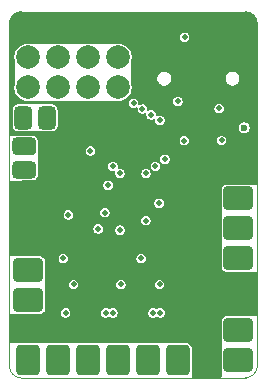
<source format=gbr>
%TF.GenerationSoftware,KiCad,Pcbnew,9.0.3-9.0.3-0~ubuntu24.04.1*%
%TF.CreationDate,2025-10-28T20:09:37+01:00*%
%TF.ProjectId,ant control board v2,616e7420-636f-46e7-9472-6f6c20626f61,2.0*%
%TF.SameCoordinates,Original*%
%TF.FileFunction,Copper,L2,Inr*%
%TF.FilePolarity,Positive*%
%FSLAX46Y46*%
G04 Gerber Fmt 4.6, Leading zero omitted, Abs format (unit mm)*
G04 Created by KiCad (PCBNEW 9.0.3-9.0.3-0~ubuntu24.04.1) date 2025-10-28 20:09:37*
%MOMM*%
%LPD*%
G01*
G04 APERTURE LIST*
G04 Aperture macros list*
%AMRoundRect*
0 Rectangle with rounded corners*
0 $1 Rounding radius*
0 $2 $3 $4 $5 $6 $7 $8 $9 X,Y pos of 4 corners*
0 Add a 4 corners polygon primitive as box body*
4,1,4,$2,$3,$4,$5,$6,$7,$8,$9,$2,$3,0*
0 Add four circle primitives for the rounded corners*
1,1,$1+$1,$2,$3*
1,1,$1+$1,$4,$5*
1,1,$1+$1,$6,$7*
1,1,$1+$1,$8,$9*
0 Add four rect primitives between the rounded corners*
20,1,$1+$1,$2,$3,$4,$5,0*
20,1,$1+$1,$4,$5,$6,$7,0*
20,1,$1+$1,$6,$7,$8,$9,0*
20,1,$1+$1,$8,$9,$2,$3,0*%
G04 Aperture macros list end*
%TA.AperFunction,ComponentPad*%
%ADD10C,0.500000*%
%TD*%
%TA.AperFunction,ComponentPad*%
%ADD11RoundRect,0.375000X0.375000X-0.625000X0.375000X0.625000X-0.375000X0.625000X-0.375000X-0.625000X0*%
%TD*%
%TA.AperFunction,ComponentPad*%
%ADD12RoundRect,0.300000X0.970000X-0.700000X0.970000X0.700000X-0.970000X0.700000X-0.970000X-0.700000X0*%
%TD*%
%TA.AperFunction,ComponentPad*%
%ADD13O,1.250000X2.500000*%
%TD*%
%TA.AperFunction,ComponentPad*%
%ADD14RoundRect,0.300000X-0.700000X-0.970000X0.700000X-0.970000X0.700000X0.970000X-0.700000X0.970000X0*%
%TD*%
%TA.AperFunction,ComponentPad*%
%ADD15C,2.000000*%
%TD*%
%TA.AperFunction,ComponentPad*%
%ADD16RoundRect,0.375000X0.625000X0.375000X-0.625000X0.375000X-0.625000X-0.375000X0.625000X-0.375000X0*%
%TD*%
%TA.AperFunction,ComponentPad*%
%ADD17RoundRect,0.300000X-0.970000X0.700000X-0.970000X-0.700000X0.970000X-0.700000X0.970000X0.700000X0*%
%TD*%
%TA.AperFunction,ViaPad*%
%ADD18C,0.500000*%
%TD*%
%TA.AperFunction,ViaPad*%
%ADD19C,0.600000*%
%TD*%
%TA.AperFunction,Profile*%
%ADD20C,0.050000*%
%TD*%
G04 APERTURE END LIST*
D10*
%TO.N,/MCU and RX/DIGITAL_AUX1*%
%TO.C,J10*%
X102647200Y-119711200D03*
X102640000Y-118300000D03*
D11*
X102190000Y-119000000D03*
D10*
X101732800Y-119711200D03*
X101732800Y-118288800D03*
%TO.N,/MCU and RX/DIGITAL_AUX2*%
X100654400Y-118300000D03*
X100640000Y-119700000D03*
D11*
X100190000Y-119000000D03*
D10*
X99740000Y-119700000D03*
X99740000Y-118300000D03*
%TD*%
%TO.N,/MCU and RX/SERVO1*%
%TO.C,J7*%
X99721000Y-135055000D03*
X101499000Y-135055000D03*
D12*
X100610000Y-134420000D03*
D10*
X99721000Y-133785000D03*
X101499000Y-133785000D03*
%TO.N,+BATT*%
X99721000Y-132515000D03*
X101499000Y-132515000D03*
D12*
X100610000Y-131880000D03*
D10*
X99721000Y-131245000D03*
X101499000Y-131245000D03*
%TO.N,GND*%
X99721000Y-129975000D03*
X101499000Y-129975000D03*
D12*
X100610000Y-129340000D03*
D10*
X99721000Y-128705000D03*
X101499000Y-128705000D03*
%TD*%
D13*
%TO.N,GND*%
%TO.C,J3*%
X119320000Y-116180000D03*
X119320000Y-112000000D03*
X110680000Y-116180000D03*
X110680000Y-112000000D03*
%TD*%
D10*
%TO.N,/DC Motors/M2+*%
%TO.C,J5*%
X105055000Y-138611000D03*
X105055000Y-140389000D03*
D14*
X105690000Y-139500000D03*
D10*
X106325000Y-138611000D03*
X106325000Y-140389000D03*
%TO.N,/DC Motors/M2-*%
X107595000Y-138611000D03*
X107595000Y-140389000D03*
D14*
X108230000Y-139500000D03*
D10*
X108865000Y-138611000D03*
X108865000Y-140389000D03*
%TD*%
%TO.N,/MCU and RX/SERVO2*%
%TO.C,J8*%
X117501000Y-140135000D03*
X119279000Y-140135000D03*
D12*
X118390000Y-139500000D03*
D10*
X117501000Y-138865000D03*
X119279000Y-138865000D03*
%TO.N,+BATT*%
X117501000Y-137595000D03*
X119279000Y-137595000D03*
D12*
X118390000Y-136960000D03*
D10*
X117501000Y-136325000D03*
X119279000Y-136325000D03*
%TO.N,GND*%
X117501000Y-135055000D03*
X119279000Y-135055000D03*
D12*
X118390000Y-134420000D03*
D10*
X117501000Y-133785000D03*
X119279000Y-133785000D03*
%TD*%
%TO.N,/DC Motors/M3+*%
%TO.C,J6*%
X110135000Y-138611000D03*
X110135000Y-140389000D03*
D14*
X110770000Y-139500000D03*
D10*
X111405000Y-138611000D03*
X111405000Y-140389000D03*
%TO.N,/DC Motors/M3-*%
X112675000Y-138611000D03*
X112675000Y-140389000D03*
D14*
X113310000Y-139500000D03*
D10*
X113945000Y-138611000D03*
X113945000Y-140389000D03*
%TD*%
D15*
%TO.N,GND*%
%TO.C,U7*%
X108203000Y-111337000D03*
%TO.N,+3V3*%
X108203000Y-113877000D03*
%TO.N,/MCU and RX/CH1_PPM*%
X108203000Y-116417000D03*
%TO.N,GND*%
X105663000Y-111337000D03*
%TO.N,+3V3*%
X105663000Y-113877000D03*
%TO.N,/MCU and RX/CH2*%
X105663000Y-116417000D03*
%TO.N,GND*%
X103123000Y-111337000D03*
%TO.N,+3V3*%
X103123000Y-113877000D03*
%TO.N,/MCU and RX/CH3*%
X103123000Y-116417000D03*
%TO.N,GND*%
X100583000Y-111337000D03*
%TO.N,+3V3*%
X100583000Y-113877000D03*
%TO.N,/MCU and RX/CH4*%
X100583000Y-116417000D03*
%TD*%
D10*
%TO.N,/DC Motors/M1+*%
%TO.C,J4*%
X99975000Y-138611000D03*
X99975000Y-140389000D03*
D14*
X100610000Y-139500000D03*
D10*
X101245000Y-138611000D03*
X101245000Y-140389000D03*
%TO.N,/DC Motors/M1-*%
X102515000Y-138611000D03*
X102515000Y-140389000D03*
D14*
X103150000Y-139500000D03*
D10*
X103785000Y-138611000D03*
X103785000Y-140389000D03*
%TD*%
%TO.N,+3V3*%
%TO.C,J9*%
X100981200Y-120940896D03*
X99570000Y-120948096D03*
D16*
X100270000Y-121398096D03*
D10*
X100981200Y-121855296D03*
X99558800Y-121855296D03*
%TO.N,Net-(J9-Pin_2)*%
X99570000Y-122933696D03*
X100970000Y-122948096D03*
D16*
X100270000Y-123398096D03*
D10*
X100970000Y-123848096D03*
X99570000Y-123848096D03*
%TO.N,GND*%
X99570000Y-124933696D03*
X100970000Y-124948096D03*
D16*
X100270000Y-125398096D03*
D10*
X100970000Y-125848096D03*
X99570000Y-125848096D03*
%TD*%
%TO.N,/Power/+SW*%
%TO.C,J1*%
X119279000Y-127705000D03*
X117501000Y-127705000D03*
D17*
X118390000Y-128340000D03*
D10*
X119279000Y-128975000D03*
X117501000Y-128975000D03*
%TO.N,+BATT*%
X119279000Y-130245000D03*
X117501000Y-130245000D03*
D17*
X118390000Y-130880000D03*
D10*
X119279000Y-131515000D03*
X117501000Y-131515000D03*
%TD*%
%TO.N,GND*%
%TO.C,J2*%
X119279000Y-122625000D03*
X117501000Y-122625000D03*
D17*
X118390000Y-123260000D03*
D10*
X119279000Y-123895000D03*
X117501000Y-123895000D03*
%TO.N,/Power/+SW*%
X119279000Y-125165000D03*
X117501000Y-125165000D03*
D17*
X118390000Y-125800000D03*
D10*
X119279000Y-126435000D03*
X117501000Y-126435000D03*
%TD*%
D18*
%TO.N,+BATT*%
X107170000Y-135500000D03*
X111770000Y-135500000D03*
X103570000Y-130900000D03*
X103770000Y-135500000D03*
X107770000Y-135500000D03*
X111170000Y-135500000D03*
D19*
X118890000Y-119820000D03*
D18*
%TO.N,GND*%
X108370000Y-127700000D03*
X107270000Y-122500000D03*
X103400000Y-125200000D03*
X112475000Y-126013636D03*
X104090000Y-122380000D03*
X114770000Y-122450000D03*
X102000000Y-127800000D03*
X113020000Y-121250000D03*
D19*
X107190000Y-133100000D03*
D18*
X111135000Y-131015000D03*
D19*
X114570000Y-135450000D03*
X110270000Y-134700000D03*
D18*
X104000000Y-119770000D03*
D19*
X110970000Y-133100000D03*
D18*
X103770000Y-130130000D03*
%TO.N,+3V3*%
X108440000Y-133100000D03*
X107090000Y-127020000D03*
X104000000Y-127200000D03*
X116970000Y-120900000D03*
X111690000Y-126220000D03*
X105870000Y-121800000D03*
X113845000Y-112175000D03*
X113814641Y-120919880D03*
X104440000Y-133100000D03*
X110570000Y-127700000D03*
X111720000Y-133100000D03*
%TO.N,/MCU and RX/VBAT*%
X106530000Y-128390000D03*
%TO.N,Net-(J3-CC2)*%
X113270000Y-117600000D03*
%TO.N,Net-(J3-CC1)*%
X116770000Y-118200000D03*
%TO.N,/MCU and RX/SERVO1*%
X108370000Y-128500000D03*
%TO.N,/MCU and RX/SERVO2*%
X110170000Y-130900000D03*
%TO.N,/MCU and RX/UART2_RX*%
X111370000Y-123100000D03*
%TO.N,/MCU and RX/UART2_TX*%
X112170000Y-122500000D03*
%TO.N,/MCU and RX/BOOT0*%
X110570000Y-123700000D03*
X111753527Y-119206305D03*
%TO.N,/MCU and RX/I2C1_SDA*%
X107770000Y-123100000D03*
X107370000Y-124700000D03*
%TO.N,/MCU and RX/I2C1_SCL*%
X108370000Y-123700000D03*
%TO.N,/MCU and RX/CH4*%
X111020000Y-118750000D03*
%TO.N,/MCU and RX/CH2*%
X109520000Y-117750000D03*
%TO.N,/MCU and RX/CH3*%
X110270000Y-118250000D03*
%TD*%
%TA.AperFunction,Conductor*%
%TO.N,GND*%
G36*
X119004309Y-110000877D02*
G01*
X119152914Y-110013878D01*
X119163567Y-110015399D01*
X119195061Y-110021663D01*
X119201312Y-110023120D01*
X119328507Y-110057202D01*
X119340763Y-110061363D01*
X119359734Y-110069221D01*
X119363688Y-110070961D01*
X119491899Y-110130747D01*
X119506841Y-110139373D01*
X119635367Y-110229368D01*
X119648587Y-110240460D01*
X119759539Y-110351412D01*
X119770631Y-110364632D01*
X119860625Y-110493157D01*
X119869253Y-110508101D01*
X119929034Y-110636300D01*
X119930775Y-110640258D01*
X119938636Y-110659238D01*
X119942798Y-110671497D01*
X119976870Y-110798655D01*
X119978341Y-110804965D01*
X119984597Y-110836417D01*
X119986122Y-110847101D01*
X119999123Y-110995691D01*
X119999500Y-111004320D01*
X119999500Y-124551000D01*
X119980593Y-124609191D01*
X119931093Y-124645155D01*
X119900500Y-124650000D01*
X119424234Y-124650000D01*
X119414992Y-124649568D01*
X119414267Y-124649500D01*
X119414266Y-124649500D01*
X117365734Y-124649500D01*
X117365725Y-124649500D01*
X117335305Y-124652353D01*
X117335296Y-124652355D01*
X117207116Y-124697207D01*
X117097855Y-124777845D01*
X117097845Y-124777855D01*
X117017207Y-124887116D01*
X116972355Y-125015296D01*
X116972353Y-125015305D01*
X116969500Y-125045725D01*
X116969500Y-126554270D01*
X116969566Y-126554973D01*
X116970000Y-126564230D01*
X116970000Y-127575766D01*
X116969568Y-127585008D01*
X116969500Y-127585733D01*
X116969500Y-129094270D01*
X116969566Y-129094973D01*
X116970000Y-129104230D01*
X116970000Y-130115766D01*
X116969568Y-130125008D01*
X116969500Y-130125733D01*
X116969500Y-131634274D01*
X116972353Y-131664694D01*
X116972355Y-131664703D01*
X117017207Y-131792883D01*
X117097845Y-131902144D01*
X117097847Y-131902146D01*
X117097850Y-131902150D01*
X117097853Y-131902152D01*
X117097855Y-131902154D01*
X117207116Y-131982792D01*
X117207117Y-131982792D01*
X117207118Y-131982793D01*
X117335301Y-132027646D01*
X117365725Y-132030499D01*
X117365727Y-132030500D01*
X117365734Y-132030500D01*
X119414273Y-132030500D01*
X119414273Y-132030499D01*
X119444699Y-132027646D01*
X119444703Y-132027644D01*
X119446370Y-132027281D01*
X119467498Y-132025000D01*
X119900500Y-132025000D01*
X119958691Y-132043907D01*
X119994655Y-132093407D01*
X119999500Y-132124000D01*
X119999500Y-135711124D01*
X119980593Y-135769315D01*
X119931093Y-135805279D01*
X119900500Y-135810124D01*
X119425556Y-135810124D01*
X119416313Y-135809692D01*
X119414266Y-135809500D01*
X117365734Y-135809500D01*
X117365725Y-135809500D01*
X117335305Y-135812353D01*
X117335296Y-135812355D01*
X117207116Y-135857207D01*
X117097855Y-135937845D01*
X117097845Y-135937855D01*
X117017207Y-136047116D01*
X116972355Y-136175296D01*
X116972353Y-136175305D01*
X116969500Y-136205725D01*
X116969500Y-137714270D01*
X116969566Y-137714973D01*
X116970000Y-137724230D01*
X116970000Y-138735766D01*
X116969568Y-138745008D01*
X116969500Y-138745733D01*
X116969500Y-140254270D01*
X116969566Y-140254973D01*
X116970000Y-140264230D01*
X116970000Y-140900500D01*
X116951093Y-140958691D01*
X116901593Y-140994655D01*
X116871000Y-140999500D01*
X114558221Y-140999500D01*
X114500030Y-140980593D01*
X114464066Y-140931093D01*
X114459221Y-140900500D01*
X114459221Y-140542533D01*
X114459654Y-140533284D01*
X114460500Y-140524268D01*
X114460500Y-138475727D01*
X114460499Y-138475725D01*
X114457646Y-138445305D01*
X114457646Y-138445301D01*
X114412793Y-138317118D01*
X114395567Y-138293778D01*
X114332154Y-138207855D01*
X114332152Y-138207853D01*
X114332150Y-138207850D01*
X114332146Y-138207847D01*
X114332144Y-138207845D01*
X114222883Y-138127207D01*
X114094703Y-138082355D01*
X114094694Y-138082353D01*
X114064274Y-138079500D01*
X114064266Y-138079500D01*
X112555734Y-138079500D01*
X112555725Y-138079500D01*
X112525301Y-138082353D01*
X112519417Y-138083639D01*
X112519203Y-138082661D01*
X112496658Y-138086491D01*
X111583342Y-138086491D01*
X111560796Y-138082661D01*
X111560583Y-138083639D01*
X111554698Y-138082353D01*
X111524274Y-138079500D01*
X111524266Y-138079500D01*
X110015734Y-138079500D01*
X110015725Y-138079500D01*
X109985301Y-138082353D01*
X109979417Y-138083639D01*
X109979203Y-138082661D01*
X109956658Y-138086491D01*
X109043342Y-138086491D01*
X109020796Y-138082661D01*
X109020583Y-138083639D01*
X109014698Y-138082353D01*
X108984274Y-138079500D01*
X108984266Y-138079500D01*
X107475734Y-138079500D01*
X107475725Y-138079500D01*
X107445301Y-138082353D01*
X107439417Y-138083639D01*
X107439203Y-138082661D01*
X107416658Y-138086491D01*
X106503342Y-138086491D01*
X106480796Y-138082661D01*
X106480583Y-138083639D01*
X106474698Y-138082353D01*
X106444274Y-138079500D01*
X106444266Y-138079500D01*
X104935734Y-138079500D01*
X104935725Y-138079500D01*
X104903100Y-138082560D01*
X104893855Y-138082993D01*
X103946145Y-138082993D01*
X103936900Y-138082560D01*
X103904274Y-138079500D01*
X103904266Y-138079500D01*
X102395734Y-138079500D01*
X102395725Y-138079500D01*
X102363100Y-138082560D01*
X102353855Y-138082993D01*
X101406145Y-138082993D01*
X101396900Y-138082560D01*
X101364274Y-138079500D01*
X101364266Y-138079500D01*
X99855734Y-138079500D01*
X99839016Y-138081067D01*
X99830675Y-138081850D01*
X99821432Y-138082282D01*
X99099500Y-138082282D01*
X99041309Y-138063375D01*
X99005345Y-138013875D01*
X99000500Y-137983282D01*
X99000500Y-135674000D01*
X99019407Y-135615809D01*
X99068907Y-135579845D01*
X99099500Y-135575000D01*
X100318580Y-135575000D01*
X100325020Y-135571719D01*
X100340507Y-135570500D01*
X101634273Y-135570500D01*
X101634273Y-135570499D01*
X101664699Y-135567646D01*
X101792882Y-135522793D01*
X101895921Y-135446747D01*
X103365500Y-135446747D01*
X103365500Y-135553253D01*
X103382262Y-135615809D01*
X103393067Y-135656135D01*
X103446316Y-135748364D01*
X103446318Y-135748366D01*
X103446320Y-135748369D01*
X103521631Y-135823680D01*
X103521633Y-135823681D01*
X103521635Y-135823683D01*
X103613865Y-135876932D01*
X103613863Y-135876932D01*
X103613867Y-135876933D01*
X103613869Y-135876934D01*
X103716747Y-135904500D01*
X103716749Y-135904500D01*
X103823251Y-135904500D01*
X103823253Y-135904500D01*
X103926131Y-135876934D01*
X103926133Y-135876932D01*
X103926135Y-135876932D01*
X104018364Y-135823683D01*
X104018364Y-135823682D01*
X104018369Y-135823680D01*
X104093680Y-135748369D01*
X104115184Y-135711124D01*
X104146932Y-135656135D01*
X104146932Y-135656133D01*
X104146934Y-135656131D01*
X104174500Y-135553253D01*
X104174500Y-135446747D01*
X106765500Y-135446747D01*
X106765500Y-135553253D01*
X106782262Y-135615809D01*
X106793067Y-135656135D01*
X106846316Y-135748364D01*
X106846318Y-135748366D01*
X106846320Y-135748369D01*
X106921631Y-135823680D01*
X106921633Y-135823681D01*
X106921635Y-135823683D01*
X107013865Y-135876932D01*
X107013863Y-135876932D01*
X107013867Y-135876933D01*
X107013869Y-135876934D01*
X107116747Y-135904500D01*
X107116749Y-135904500D01*
X107223251Y-135904500D01*
X107223253Y-135904500D01*
X107326131Y-135876934D01*
X107418369Y-135823680D01*
X107418369Y-135823679D01*
X107420499Y-135822450D01*
X107480348Y-135809728D01*
X107519501Y-135822450D01*
X107521630Y-135823679D01*
X107521631Y-135823680D01*
X107613869Y-135876934D01*
X107716747Y-135904500D01*
X107716749Y-135904500D01*
X107823251Y-135904500D01*
X107823253Y-135904500D01*
X107926131Y-135876934D01*
X107926133Y-135876932D01*
X107926135Y-135876932D01*
X108018364Y-135823683D01*
X108018364Y-135823682D01*
X108018369Y-135823680D01*
X108093680Y-135748369D01*
X108115184Y-135711124D01*
X108146932Y-135656135D01*
X108146932Y-135656133D01*
X108146934Y-135656131D01*
X108174500Y-135553253D01*
X108174500Y-135446747D01*
X110765500Y-135446747D01*
X110765500Y-135553253D01*
X110782262Y-135615809D01*
X110793067Y-135656135D01*
X110846316Y-135748364D01*
X110846318Y-135748366D01*
X110846320Y-135748369D01*
X110921631Y-135823680D01*
X110921633Y-135823681D01*
X110921635Y-135823683D01*
X111013865Y-135876932D01*
X111013863Y-135876932D01*
X111013867Y-135876933D01*
X111013869Y-135876934D01*
X111116747Y-135904500D01*
X111116749Y-135904500D01*
X111223251Y-135904500D01*
X111223253Y-135904500D01*
X111326131Y-135876934D01*
X111418369Y-135823680D01*
X111418369Y-135823679D01*
X111420499Y-135822450D01*
X111480348Y-135809728D01*
X111519501Y-135822450D01*
X111521630Y-135823679D01*
X111521631Y-135823680D01*
X111613869Y-135876934D01*
X111716747Y-135904500D01*
X111716749Y-135904500D01*
X111823251Y-135904500D01*
X111823253Y-135904500D01*
X111926131Y-135876934D01*
X111926133Y-135876932D01*
X111926135Y-135876932D01*
X112018364Y-135823683D01*
X112018364Y-135823682D01*
X112018369Y-135823680D01*
X112093680Y-135748369D01*
X112115184Y-135711124D01*
X112146932Y-135656135D01*
X112146932Y-135656133D01*
X112146934Y-135656131D01*
X112174500Y-135553253D01*
X112174500Y-135446747D01*
X112146934Y-135343869D01*
X112146932Y-135343866D01*
X112146932Y-135343864D01*
X112093683Y-135251635D01*
X112093681Y-135251633D01*
X112093680Y-135251631D01*
X112018369Y-135176320D01*
X112018366Y-135176318D01*
X112018364Y-135176316D01*
X111926134Y-135123067D01*
X111926136Y-135123067D01*
X111886217Y-135112371D01*
X111823253Y-135095500D01*
X111716747Y-135095500D01*
X111665308Y-135109283D01*
X111613867Y-135123066D01*
X111519500Y-135177550D01*
X111459652Y-135190271D01*
X111420500Y-135177550D01*
X111326132Y-135123066D01*
X111291838Y-135113877D01*
X111223253Y-135095500D01*
X111116747Y-135095500D01*
X111053782Y-135112371D01*
X111013864Y-135123067D01*
X110921635Y-135176316D01*
X110846316Y-135251635D01*
X110793067Y-135343864D01*
X110793066Y-135343869D01*
X110765500Y-135446747D01*
X108174500Y-135446747D01*
X108146934Y-135343869D01*
X108146932Y-135343866D01*
X108146932Y-135343864D01*
X108093683Y-135251635D01*
X108093681Y-135251633D01*
X108093680Y-135251631D01*
X108018369Y-135176320D01*
X108018366Y-135176318D01*
X108018364Y-135176316D01*
X107926134Y-135123067D01*
X107926136Y-135123067D01*
X107886217Y-135112371D01*
X107823253Y-135095500D01*
X107716747Y-135095500D01*
X107665308Y-135109283D01*
X107613867Y-135123066D01*
X107519500Y-135177550D01*
X107459652Y-135190271D01*
X107420500Y-135177550D01*
X107326132Y-135123066D01*
X107291838Y-135113877D01*
X107223253Y-135095500D01*
X107116747Y-135095500D01*
X107053782Y-135112371D01*
X107013864Y-135123067D01*
X106921635Y-135176316D01*
X106846316Y-135251635D01*
X106793067Y-135343864D01*
X106793066Y-135343869D01*
X106765500Y-135446747D01*
X104174500Y-135446747D01*
X104146934Y-135343869D01*
X104146932Y-135343866D01*
X104146932Y-135343864D01*
X104093683Y-135251635D01*
X104093681Y-135251633D01*
X104093680Y-135251631D01*
X104018369Y-135176320D01*
X104018366Y-135176318D01*
X104018364Y-135176316D01*
X103926134Y-135123067D01*
X103926136Y-135123067D01*
X103886217Y-135112371D01*
X103823253Y-135095500D01*
X103716747Y-135095500D01*
X103653782Y-135112371D01*
X103613864Y-135123067D01*
X103521635Y-135176316D01*
X103446316Y-135251635D01*
X103393067Y-135343864D01*
X103393066Y-135343869D01*
X103365500Y-135446747D01*
X101895921Y-135446747D01*
X101902150Y-135442150D01*
X101982793Y-135332882D01*
X102027646Y-135204699D01*
X102030499Y-135174273D01*
X102030500Y-135174273D01*
X102030500Y-133665727D01*
X102030499Y-133665725D01*
X102027646Y-133635301D01*
X102025555Y-133629324D01*
X102020000Y-133596629D01*
X102020000Y-133046747D01*
X104035500Y-133046747D01*
X104035500Y-133153253D01*
X104059810Y-133243980D01*
X104063067Y-133256135D01*
X104116316Y-133348364D01*
X104116318Y-133348366D01*
X104116320Y-133348369D01*
X104191631Y-133423680D01*
X104191633Y-133423681D01*
X104191635Y-133423683D01*
X104283865Y-133476932D01*
X104283863Y-133476932D01*
X104283867Y-133476933D01*
X104283869Y-133476934D01*
X104386747Y-133504500D01*
X104386749Y-133504500D01*
X104493251Y-133504500D01*
X104493253Y-133504500D01*
X104596131Y-133476934D01*
X104596133Y-133476932D01*
X104596135Y-133476932D01*
X104688364Y-133423683D01*
X104688364Y-133423682D01*
X104688369Y-133423680D01*
X104763680Y-133348369D01*
X104807568Y-133272353D01*
X104816932Y-133256135D01*
X104816932Y-133256133D01*
X104816934Y-133256131D01*
X104844500Y-133153253D01*
X104844500Y-133046747D01*
X108035500Y-133046747D01*
X108035500Y-133153253D01*
X108059810Y-133243980D01*
X108063067Y-133256135D01*
X108116316Y-133348364D01*
X108116318Y-133348366D01*
X108116320Y-133348369D01*
X108191631Y-133423680D01*
X108191633Y-133423681D01*
X108191635Y-133423683D01*
X108283865Y-133476932D01*
X108283863Y-133476932D01*
X108283867Y-133476933D01*
X108283869Y-133476934D01*
X108386747Y-133504500D01*
X108386749Y-133504500D01*
X108493251Y-133504500D01*
X108493253Y-133504500D01*
X108596131Y-133476934D01*
X108596133Y-133476932D01*
X108596135Y-133476932D01*
X108688364Y-133423683D01*
X108688364Y-133423682D01*
X108688369Y-133423680D01*
X108763680Y-133348369D01*
X108807568Y-133272353D01*
X108816932Y-133256135D01*
X108816932Y-133256133D01*
X108816934Y-133256131D01*
X108844500Y-133153253D01*
X108844500Y-133046747D01*
X111315500Y-133046747D01*
X111315500Y-133153253D01*
X111339810Y-133243980D01*
X111343067Y-133256135D01*
X111396316Y-133348364D01*
X111396318Y-133348366D01*
X111396320Y-133348369D01*
X111471631Y-133423680D01*
X111471633Y-133423681D01*
X111471635Y-133423683D01*
X111563865Y-133476932D01*
X111563863Y-133476932D01*
X111563867Y-133476933D01*
X111563869Y-133476934D01*
X111666747Y-133504500D01*
X111666749Y-133504500D01*
X111773251Y-133504500D01*
X111773253Y-133504500D01*
X111876131Y-133476934D01*
X111876133Y-133476932D01*
X111876135Y-133476932D01*
X111968364Y-133423683D01*
X111968364Y-133423682D01*
X111968369Y-133423680D01*
X112043680Y-133348369D01*
X112087568Y-133272353D01*
X112096932Y-133256135D01*
X112096932Y-133256133D01*
X112096934Y-133256131D01*
X112124500Y-133153253D01*
X112124500Y-133046747D01*
X112096934Y-132943869D01*
X112096932Y-132943866D01*
X112096932Y-132943864D01*
X112043683Y-132851635D01*
X112043681Y-132851633D01*
X112043680Y-132851631D01*
X111968369Y-132776320D01*
X111968366Y-132776318D01*
X111968364Y-132776316D01*
X111876134Y-132723067D01*
X111876136Y-132723067D01*
X111836217Y-132712371D01*
X111773253Y-132695500D01*
X111666747Y-132695500D01*
X111603782Y-132712371D01*
X111563864Y-132723067D01*
X111471635Y-132776316D01*
X111396316Y-132851635D01*
X111343067Y-132943864D01*
X111343066Y-132943869D01*
X111315500Y-133046747D01*
X108844500Y-133046747D01*
X108816934Y-132943869D01*
X108816932Y-132943866D01*
X108816932Y-132943864D01*
X108763683Y-132851635D01*
X108763681Y-132851633D01*
X108763680Y-132851631D01*
X108688369Y-132776320D01*
X108688366Y-132776318D01*
X108688364Y-132776316D01*
X108596134Y-132723067D01*
X108596136Y-132723067D01*
X108556217Y-132712371D01*
X108493253Y-132695500D01*
X108386747Y-132695500D01*
X108323782Y-132712371D01*
X108283864Y-132723067D01*
X108191635Y-132776316D01*
X108116316Y-132851635D01*
X108063067Y-132943864D01*
X108063066Y-132943869D01*
X108035500Y-133046747D01*
X104844500Y-133046747D01*
X104816934Y-132943869D01*
X104816932Y-132943866D01*
X104816932Y-132943864D01*
X104763683Y-132851635D01*
X104763681Y-132851633D01*
X104763680Y-132851631D01*
X104688369Y-132776320D01*
X104688366Y-132776318D01*
X104688364Y-132776316D01*
X104596134Y-132723067D01*
X104596136Y-132723067D01*
X104556217Y-132712371D01*
X104493253Y-132695500D01*
X104386747Y-132695500D01*
X104323782Y-132712371D01*
X104283864Y-132723067D01*
X104191635Y-132776316D01*
X104116316Y-132851635D01*
X104063067Y-132943864D01*
X104063066Y-132943869D01*
X104035500Y-133046747D01*
X102020000Y-133046747D01*
X102020000Y-132703370D01*
X102025555Y-132670673D01*
X102027646Y-132664699D01*
X102030499Y-132634273D01*
X102030500Y-132634273D01*
X102030500Y-131125727D01*
X102030499Y-131125725D01*
X102027646Y-131095305D01*
X102027646Y-131095301D01*
X101982793Y-130967118D01*
X101972560Y-130953253D01*
X101932554Y-130899046D01*
X101902153Y-130857854D01*
X101902152Y-130857853D01*
X101902150Y-130857850D01*
X101902146Y-130857847D01*
X101902144Y-130857845D01*
X101887107Y-130846747D01*
X103165500Y-130846747D01*
X103165500Y-130953253D01*
X103189810Y-131043980D01*
X103193067Y-131056135D01*
X103246316Y-131148364D01*
X103246318Y-131148366D01*
X103246320Y-131148369D01*
X103321631Y-131223680D01*
X103321633Y-131223681D01*
X103321635Y-131223683D01*
X103413865Y-131276932D01*
X103413863Y-131276932D01*
X103413867Y-131276933D01*
X103413869Y-131276934D01*
X103516747Y-131304500D01*
X103516749Y-131304500D01*
X103623251Y-131304500D01*
X103623253Y-131304500D01*
X103726131Y-131276934D01*
X103726133Y-131276932D01*
X103726135Y-131276932D01*
X103818364Y-131223683D01*
X103818364Y-131223682D01*
X103818369Y-131223680D01*
X103893680Y-131148369D01*
X103893683Y-131148364D01*
X103946932Y-131056135D01*
X103946932Y-131056133D01*
X103946934Y-131056131D01*
X103974500Y-130953253D01*
X103974500Y-130846747D01*
X109765500Y-130846747D01*
X109765500Y-130953253D01*
X109789810Y-131043980D01*
X109793067Y-131056135D01*
X109846316Y-131148364D01*
X109846318Y-131148366D01*
X109846320Y-131148369D01*
X109921631Y-131223680D01*
X109921633Y-131223681D01*
X109921635Y-131223683D01*
X110013865Y-131276932D01*
X110013863Y-131276932D01*
X110013867Y-131276933D01*
X110013869Y-131276934D01*
X110116747Y-131304500D01*
X110116749Y-131304500D01*
X110223251Y-131304500D01*
X110223253Y-131304500D01*
X110326131Y-131276934D01*
X110326133Y-131276932D01*
X110326135Y-131276932D01*
X110418364Y-131223683D01*
X110418364Y-131223682D01*
X110418369Y-131223680D01*
X110493680Y-131148369D01*
X110493683Y-131148364D01*
X110546932Y-131056135D01*
X110546932Y-131056133D01*
X110546934Y-131056131D01*
X110574500Y-130953253D01*
X110574500Y-130846747D01*
X110546934Y-130743869D01*
X110546932Y-130743866D01*
X110546932Y-130743864D01*
X110493683Y-130651635D01*
X110493681Y-130651633D01*
X110493680Y-130651631D01*
X110418369Y-130576320D01*
X110418366Y-130576318D01*
X110418364Y-130576316D01*
X110326134Y-130523067D01*
X110326136Y-130523067D01*
X110286217Y-130512371D01*
X110223253Y-130495500D01*
X110116747Y-130495500D01*
X110053782Y-130512371D01*
X110013864Y-130523067D01*
X109921635Y-130576316D01*
X109846316Y-130651635D01*
X109793067Y-130743864D01*
X109793066Y-130743869D01*
X109765500Y-130846747D01*
X103974500Y-130846747D01*
X103946934Y-130743869D01*
X103946932Y-130743866D01*
X103946932Y-130743864D01*
X103893683Y-130651635D01*
X103893681Y-130651633D01*
X103893680Y-130651631D01*
X103818369Y-130576320D01*
X103818366Y-130576318D01*
X103818364Y-130576316D01*
X103726134Y-130523067D01*
X103726136Y-130523067D01*
X103686217Y-130512371D01*
X103623253Y-130495500D01*
X103516747Y-130495500D01*
X103453782Y-130512371D01*
X103413864Y-130523067D01*
X103321635Y-130576316D01*
X103246316Y-130651635D01*
X103193067Y-130743864D01*
X103193066Y-130743869D01*
X103165500Y-130846747D01*
X101887107Y-130846747D01*
X101792883Y-130777207D01*
X101664703Y-130732355D01*
X101664694Y-130732353D01*
X101634274Y-130729500D01*
X101634266Y-130729500D01*
X100290507Y-130729500D01*
X100276657Y-130725000D01*
X100245000Y-130725000D01*
X99099500Y-130725000D01*
X99041309Y-130706093D01*
X99005345Y-130656593D01*
X99000500Y-130626000D01*
X99000500Y-128336747D01*
X106125500Y-128336747D01*
X106125500Y-128443253D01*
X106149810Y-128533980D01*
X106153067Y-128546135D01*
X106206316Y-128638364D01*
X106206318Y-128638366D01*
X106206320Y-128638369D01*
X106281631Y-128713680D01*
X106281633Y-128713681D01*
X106281635Y-128713683D01*
X106373865Y-128766932D01*
X106373863Y-128766932D01*
X106373867Y-128766933D01*
X106373869Y-128766934D01*
X106476747Y-128794500D01*
X106476749Y-128794500D01*
X106583251Y-128794500D01*
X106583253Y-128794500D01*
X106686131Y-128766934D01*
X106686133Y-128766932D01*
X106686135Y-128766932D01*
X106778364Y-128713683D01*
X106778364Y-128713682D01*
X106778369Y-128713680D01*
X106853680Y-128638369D01*
X106902822Y-128553253D01*
X106906932Y-128546135D01*
X106906932Y-128546133D01*
X106906934Y-128546131D01*
X106933564Y-128446747D01*
X107965500Y-128446747D01*
X107965500Y-128553253D01*
X107988305Y-128638364D01*
X107993067Y-128656135D01*
X108046316Y-128748364D01*
X108046318Y-128748366D01*
X108046320Y-128748369D01*
X108121631Y-128823680D01*
X108121633Y-128823681D01*
X108121635Y-128823683D01*
X108213865Y-128876932D01*
X108213863Y-128876932D01*
X108213867Y-128876933D01*
X108213869Y-128876934D01*
X108316747Y-128904500D01*
X108316749Y-128904500D01*
X108423251Y-128904500D01*
X108423253Y-128904500D01*
X108526131Y-128876934D01*
X108526133Y-128876932D01*
X108526135Y-128876932D01*
X108618364Y-128823683D01*
X108618364Y-128823682D01*
X108618369Y-128823680D01*
X108693680Y-128748369D01*
X108746934Y-128656131D01*
X108774500Y-128553253D01*
X108774500Y-128446747D01*
X108746934Y-128343869D01*
X108746932Y-128343866D01*
X108746932Y-128343864D01*
X108693683Y-128251635D01*
X108693681Y-128251633D01*
X108693680Y-128251631D01*
X108618369Y-128176320D01*
X108618366Y-128176318D01*
X108618364Y-128176316D01*
X108526134Y-128123067D01*
X108526136Y-128123067D01*
X108486217Y-128112371D01*
X108423253Y-128095500D01*
X108316747Y-128095500D01*
X108253782Y-128112371D01*
X108213864Y-128123067D01*
X108121635Y-128176316D01*
X108046316Y-128251635D01*
X107993067Y-128343864D01*
X107993066Y-128343869D01*
X107965500Y-128446747D01*
X106933564Y-128446747D01*
X106934500Y-128443253D01*
X106934500Y-128336747D01*
X106906934Y-128233869D01*
X106906932Y-128233866D01*
X106906932Y-128233864D01*
X106853683Y-128141635D01*
X106853681Y-128141633D01*
X106853680Y-128141631D01*
X106778369Y-128066320D01*
X106778366Y-128066318D01*
X106778364Y-128066316D01*
X106686134Y-128013067D01*
X106686136Y-128013067D01*
X106646217Y-128002371D01*
X106583253Y-127985500D01*
X106476747Y-127985500D01*
X106413782Y-128002371D01*
X106373864Y-128013067D01*
X106281635Y-128066316D01*
X106206316Y-128141635D01*
X106153067Y-128233864D01*
X106137655Y-128291383D01*
X106125500Y-128336747D01*
X99000500Y-128336747D01*
X99000500Y-127646747D01*
X110165500Y-127646747D01*
X110165500Y-127753253D01*
X110189810Y-127843980D01*
X110193067Y-127856135D01*
X110246316Y-127948364D01*
X110246318Y-127948366D01*
X110246320Y-127948369D01*
X110321631Y-128023680D01*
X110321633Y-128023681D01*
X110321635Y-128023683D01*
X110413865Y-128076932D01*
X110413863Y-128076932D01*
X110413867Y-128076933D01*
X110413869Y-128076934D01*
X110516747Y-128104500D01*
X110516749Y-128104500D01*
X110623251Y-128104500D01*
X110623253Y-128104500D01*
X110726131Y-128076934D01*
X110726133Y-128076932D01*
X110726135Y-128076932D01*
X110818364Y-128023683D01*
X110818364Y-128023682D01*
X110818369Y-128023680D01*
X110893680Y-127948369D01*
X110946934Y-127856131D01*
X110974500Y-127753253D01*
X110974500Y-127646747D01*
X110946934Y-127543869D01*
X110946932Y-127543866D01*
X110946932Y-127543864D01*
X110893683Y-127451635D01*
X110893681Y-127451633D01*
X110893680Y-127451631D01*
X110818369Y-127376320D01*
X110818366Y-127376318D01*
X110818364Y-127376316D01*
X110726134Y-127323067D01*
X110726136Y-127323067D01*
X110686217Y-127312371D01*
X110623253Y-127295500D01*
X110516747Y-127295500D01*
X110453782Y-127312371D01*
X110413864Y-127323067D01*
X110321635Y-127376316D01*
X110246316Y-127451635D01*
X110193067Y-127543864D01*
X110190003Y-127555301D01*
X110165500Y-127646747D01*
X99000500Y-127646747D01*
X99000500Y-127146747D01*
X103595500Y-127146747D01*
X103595500Y-127253253D01*
X103606820Y-127295500D01*
X103623067Y-127356135D01*
X103676316Y-127448364D01*
X103676318Y-127448366D01*
X103676320Y-127448369D01*
X103751631Y-127523680D01*
X103751633Y-127523681D01*
X103751635Y-127523683D01*
X103843865Y-127576932D01*
X103843863Y-127576932D01*
X103843867Y-127576933D01*
X103843869Y-127576934D01*
X103946747Y-127604500D01*
X103946749Y-127604500D01*
X104053251Y-127604500D01*
X104053253Y-127604500D01*
X104156131Y-127576934D01*
X104156133Y-127576932D01*
X104156135Y-127576932D01*
X104194951Y-127554522D01*
X104248364Y-127523683D01*
X104248364Y-127523682D01*
X104248369Y-127523680D01*
X104323680Y-127448369D01*
X104323683Y-127448364D01*
X104376932Y-127356135D01*
X104376932Y-127356133D01*
X104376934Y-127356131D01*
X104404500Y-127253253D01*
X104404500Y-127146747D01*
X104376934Y-127043869D01*
X104332407Y-126966747D01*
X106685500Y-126966747D01*
X106685500Y-127073253D01*
X106708183Y-127157907D01*
X106713067Y-127176135D01*
X106766316Y-127268364D01*
X106766318Y-127268366D01*
X106766320Y-127268369D01*
X106841631Y-127343680D01*
X106841633Y-127343681D01*
X106841635Y-127343683D01*
X106933865Y-127396932D01*
X106933863Y-127396932D01*
X106933867Y-127396933D01*
X106933869Y-127396934D01*
X107036747Y-127424500D01*
X107036749Y-127424500D01*
X107143251Y-127424500D01*
X107143253Y-127424500D01*
X107246131Y-127396934D01*
X107246133Y-127396932D01*
X107246135Y-127396932D01*
X107338364Y-127343683D01*
X107338364Y-127343682D01*
X107338369Y-127343680D01*
X107413680Y-127268369D01*
X107422407Y-127253253D01*
X107466932Y-127176135D01*
X107466932Y-127176133D01*
X107466934Y-127176131D01*
X107494500Y-127073253D01*
X107494500Y-126966747D01*
X107466934Y-126863869D01*
X107466932Y-126863866D01*
X107466932Y-126863864D01*
X107413683Y-126771635D01*
X107413681Y-126771633D01*
X107413680Y-126771631D01*
X107338369Y-126696320D01*
X107338366Y-126696318D01*
X107338364Y-126696316D01*
X107246134Y-126643067D01*
X107246136Y-126643067D01*
X107206217Y-126632371D01*
X107143253Y-126615500D01*
X107036747Y-126615500D01*
X106973782Y-126632371D01*
X106933864Y-126643067D01*
X106841635Y-126696316D01*
X106766316Y-126771635D01*
X106713067Y-126863864D01*
X106713066Y-126863869D01*
X106685500Y-126966747D01*
X104332407Y-126966747D01*
X104323680Y-126951631D01*
X104248369Y-126876320D01*
X104248366Y-126876318D01*
X104248364Y-126876316D01*
X104156134Y-126823067D01*
X104156136Y-126823067D01*
X104116217Y-126812371D01*
X104053253Y-126795500D01*
X103946747Y-126795500D01*
X103883782Y-126812371D01*
X103843864Y-126823067D01*
X103751635Y-126876316D01*
X103676316Y-126951635D01*
X103623067Y-127043864D01*
X103610571Y-127090500D01*
X103595500Y-127146747D01*
X99000500Y-127146747D01*
X99000500Y-126166747D01*
X111285500Y-126166747D01*
X111285500Y-126273253D01*
X111309810Y-126363980D01*
X111313067Y-126376135D01*
X111366316Y-126468364D01*
X111366318Y-126468366D01*
X111366320Y-126468369D01*
X111441631Y-126543680D01*
X111441633Y-126543681D01*
X111441635Y-126543683D01*
X111533865Y-126596932D01*
X111533863Y-126596932D01*
X111533867Y-126596933D01*
X111533869Y-126596934D01*
X111636747Y-126624500D01*
X111636749Y-126624500D01*
X111743251Y-126624500D01*
X111743253Y-126624500D01*
X111846131Y-126596934D01*
X111846133Y-126596932D01*
X111846135Y-126596932D01*
X111938364Y-126543683D01*
X111938364Y-126543682D01*
X111938369Y-126543680D01*
X112013680Y-126468369D01*
X112066934Y-126376131D01*
X112094500Y-126273253D01*
X112094500Y-126166747D01*
X112066934Y-126063869D01*
X112066932Y-126063866D01*
X112066932Y-126063864D01*
X112013683Y-125971635D01*
X112013681Y-125971633D01*
X112013680Y-125971631D01*
X111938369Y-125896320D01*
X111938366Y-125896318D01*
X111938364Y-125896316D01*
X111846134Y-125843067D01*
X111846136Y-125843067D01*
X111806217Y-125832371D01*
X111743253Y-125815500D01*
X111636747Y-125815500D01*
X111573782Y-125832371D01*
X111533864Y-125843067D01*
X111441635Y-125896316D01*
X111366316Y-125971635D01*
X111313067Y-126063864D01*
X111313066Y-126063869D01*
X111285500Y-126166747D01*
X99000500Y-126166747D01*
X99000500Y-124646747D01*
X106965500Y-124646747D01*
X106965500Y-124753253D01*
X106972091Y-124777850D01*
X106993067Y-124856135D01*
X107046316Y-124948364D01*
X107046318Y-124948366D01*
X107046320Y-124948369D01*
X107121631Y-125023680D01*
X107121633Y-125023681D01*
X107121635Y-125023683D01*
X107213865Y-125076932D01*
X107213863Y-125076932D01*
X107213867Y-125076933D01*
X107213869Y-125076934D01*
X107316747Y-125104500D01*
X107316749Y-125104500D01*
X107423251Y-125104500D01*
X107423253Y-125104500D01*
X107526131Y-125076934D01*
X107526133Y-125076932D01*
X107526135Y-125076932D01*
X107618364Y-125023683D01*
X107618364Y-125023682D01*
X107618369Y-125023680D01*
X107693680Y-124948369D01*
X107746934Y-124856131D01*
X107774500Y-124753253D01*
X107774500Y-124646747D01*
X107746934Y-124543869D01*
X107746932Y-124543866D01*
X107746932Y-124543864D01*
X107693683Y-124451635D01*
X107693681Y-124451633D01*
X107693680Y-124451631D01*
X107618369Y-124376320D01*
X107618366Y-124376318D01*
X107618364Y-124376316D01*
X107526134Y-124323067D01*
X107526136Y-124323067D01*
X107486217Y-124312371D01*
X107423253Y-124295500D01*
X107316747Y-124295500D01*
X107253782Y-124312371D01*
X107213864Y-124323067D01*
X107121635Y-124376316D01*
X107046316Y-124451635D01*
X106993067Y-124543864D01*
X106993066Y-124543869D01*
X106965500Y-124646747D01*
X99000500Y-124646747D01*
X99000500Y-124399000D01*
X99019407Y-124340809D01*
X99068907Y-124304845D01*
X99099500Y-124300000D01*
X100046561Y-124300000D01*
X100046924Y-124299815D01*
X100062411Y-124298596D01*
X100936142Y-124298596D01*
X100936144Y-124298596D01*
X101020590Y-124288455D01*
X101154975Y-124235460D01*
X101270078Y-124148174D01*
X101357364Y-124033071D01*
X101410359Y-123898686D01*
X101420500Y-123814240D01*
X101420500Y-123046747D01*
X107365500Y-123046747D01*
X107365500Y-123153253D01*
X107373185Y-123181934D01*
X107393067Y-123256135D01*
X107446316Y-123348364D01*
X107446318Y-123348366D01*
X107446320Y-123348369D01*
X107521631Y-123423680D01*
X107521633Y-123423681D01*
X107521635Y-123423683D01*
X107613865Y-123476932D01*
X107613863Y-123476932D01*
X107613867Y-123476933D01*
X107613869Y-123476934D01*
X107716747Y-123504500D01*
X107716749Y-123504500D01*
X107823252Y-123504500D01*
X107823253Y-123504500D01*
X107851937Y-123496814D01*
X107913035Y-123500015D01*
X107960586Y-123538519D01*
X107976423Y-123597619D01*
X107973185Y-123618062D01*
X107965500Y-123646747D01*
X107965500Y-123753253D01*
X107989810Y-123843980D01*
X107993067Y-123856135D01*
X108046316Y-123948364D01*
X108046318Y-123948366D01*
X108046320Y-123948369D01*
X108121631Y-124023680D01*
X108121633Y-124023681D01*
X108121635Y-124023683D01*
X108213865Y-124076932D01*
X108213863Y-124076932D01*
X108213867Y-124076933D01*
X108213869Y-124076934D01*
X108316747Y-124104500D01*
X108316749Y-124104500D01*
X108423251Y-124104500D01*
X108423253Y-124104500D01*
X108526131Y-124076934D01*
X108526133Y-124076932D01*
X108526135Y-124076932D01*
X108618364Y-124023683D01*
X108618364Y-124023682D01*
X108618369Y-124023680D01*
X108693680Y-123948369D01*
X108746934Y-123856131D01*
X108774500Y-123753253D01*
X108774500Y-123646747D01*
X110165500Y-123646747D01*
X110165500Y-123753253D01*
X110189810Y-123843980D01*
X110193067Y-123856135D01*
X110246316Y-123948364D01*
X110246318Y-123948366D01*
X110246320Y-123948369D01*
X110321631Y-124023680D01*
X110321633Y-124023681D01*
X110321635Y-124023683D01*
X110413865Y-124076932D01*
X110413863Y-124076932D01*
X110413867Y-124076933D01*
X110413869Y-124076934D01*
X110516747Y-124104500D01*
X110516749Y-124104500D01*
X110623251Y-124104500D01*
X110623253Y-124104500D01*
X110726131Y-124076934D01*
X110726133Y-124076932D01*
X110726135Y-124076932D01*
X110818364Y-124023683D01*
X110818364Y-124023682D01*
X110818369Y-124023680D01*
X110893680Y-123948369D01*
X110946934Y-123856131D01*
X110974500Y-123753253D01*
X110974500Y-123646747D01*
X110946934Y-123543869D01*
X110893680Y-123451631D01*
X110818369Y-123376320D01*
X110818366Y-123376318D01*
X110818364Y-123376316D01*
X110726134Y-123323067D01*
X110726136Y-123323067D01*
X110686217Y-123312371D01*
X110623253Y-123295500D01*
X110516747Y-123295500D01*
X110453782Y-123312371D01*
X110413864Y-123323067D01*
X110321635Y-123376316D01*
X110246316Y-123451635D01*
X110193067Y-123543864D01*
X110193066Y-123543869D01*
X110165500Y-123646747D01*
X108774500Y-123646747D01*
X108746934Y-123543869D01*
X108746932Y-123543866D01*
X108746932Y-123543864D01*
X108693683Y-123451635D01*
X108693681Y-123451633D01*
X108693680Y-123451631D01*
X108618369Y-123376320D01*
X108618366Y-123376318D01*
X108618364Y-123376316D01*
X108526134Y-123323067D01*
X108526136Y-123323067D01*
X108486217Y-123312371D01*
X108423253Y-123295500D01*
X108316747Y-123295500D01*
X108288062Y-123303186D01*
X108226961Y-123299983D01*
X108179411Y-123261477D01*
X108163576Y-123202377D01*
X108166812Y-123181942D01*
X108174500Y-123153253D01*
X108174500Y-123046747D01*
X110965500Y-123046747D01*
X110965500Y-123153253D01*
X110973185Y-123181934D01*
X110993067Y-123256135D01*
X111016952Y-123297504D01*
X111016955Y-123297509D01*
X111046320Y-123348369D01*
X111121631Y-123423680D01*
X111121633Y-123423681D01*
X111121635Y-123423683D01*
X111213865Y-123476932D01*
X111213863Y-123476932D01*
X111213867Y-123476933D01*
X111213869Y-123476934D01*
X111316747Y-123504500D01*
X111316749Y-123504500D01*
X111423251Y-123504500D01*
X111423253Y-123504500D01*
X111526131Y-123476934D01*
X111526133Y-123476932D01*
X111526135Y-123476932D01*
X111618364Y-123423683D01*
X111618364Y-123423682D01*
X111618369Y-123423680D01*
X111693680Y-123348369D01*
X111724204Y-123295500D01*
X111746932Y-123256135D01*
X111746932Y-123256133D01*
X111746934Y-123256131D01*
X111774500Y-123153253D01*
X111774500Y-123046747D01*
X111746934Y-122943869D01*
X111693680Y-122851631D01*
X111618369Y-122776320D01*
X111618366Y-122776318D01*
X111618364Y-122776316D01*
X111526134Y-122723067D01*
X111526136Y-122723067D01*
X111473572Y-122708983D01*
X111423253Y-122695500D01*
X111316747Y-122695500D01*
X111266428Y-122708983D01*
X111213864Y-122723067D01*
X111121635Y-122776316D01*
X111046316Y-122851635D01*
X110993067Y-122943864D01*
X110982862Y-122981952D01*
X110965500Y-123046747D01*
X108174500Y-123046747D01*
X108146934Y-122943869D01*
X108146932Y-122943866D01*
X108146932Y-122943864D01*
X108093683Y-122851635D01*
X108093681Y-122851633D01*
X108093680Y-122851631D01*
X108018369Y-122776320D01*
X108018366Y-122776318D01*
X108018364Y-122776316D01*
X107926134Y-122723067D01*
X107926136Y-122723067D01*
X107873572Y-122708983D01*
X107823253Y-122695500D01*
X107716747Y-122695500D01*
X107666428Y-122708983D01*
X107613864Y-122723067D01*
X107521635Y-122776316D01*
X107446316Y-122851635D01*
X107393067Y-122943864D01*
X107382862Y-122981952D01*
X107365500Y-123046747D01*
X101420500Y-123046747D01*
X101420500Y-122981952D01*
X101419463Y-122973317D01*
X101419384Y-122968151D01*
X101420044Y-122966007D01*
X101420000Y-122966007D01*
X101420000Y-122446747D01*
X111765500Y-122446747D01*
X111765500Y-122553253D01*
X111767504Y-122560732D01*
X111793067Y-122656135D01*
X111816952Y-122697504D01*
X111816955Y-122697509D01*
X111846320Y-122748369D01*
X111921631Y-122823680D01*
X111921633Y-122823681D01*
X111921635Y-122823683D01*
X112013865Y-122876932D01*
X112013863Y-122876932D01*
X112013867Y-122876933D01*
X112013869Y-122876934D01*
X112116747Y-122904500D01*
X112116749Y-122904500D01*
X112223251Y-122904500D01*
X112223253Y-122904500D01*
X112326131Y-122876934D01*
X112326133Y-122876932D01*
X112326135Y-122876932D01*
X112418364Y-122823683D01*
X112418364Y-122823682D01*
X112418369Y-122823680D01*
X112493680Y-122748369D01*
X112546934Y-122656131D01*
X112574500Y-122553253D01*
X112574500Y-122446747D01*
X112546934Y-122343869D01*
X112546932Y-122343866D01*
X112546932Y-122343864D01*
X112493683Y-122251635D01*
X112493681Y-122251633D01*
X112493680Y-122251631D01*
X112418369Y-122176320D01*
X112418366Y-122176318D01*
X112418364Y-122176316D01*
X112326134Y-122123067D01*
X112326136Y-122123067D01*
X112286217Y-122112371D01*
X112223253Y-122095500D01*
X112116747Y-122095500D01*
X112053782Y-122112371D01*
X112013864Y-122123067D01*
X111921635Y-122176316D01*
X111846316Y-122251635D01*
X111793067Y-122343864D01*
X111793066Y-122343869D01*
X111765500Y-122446747D01*
X101420000Y-122446747D01*
X101420000Y-121824324D01*
X101420426Y-121817192D01*
X101420323Y-121817186D01*
X101420500Y-121814232D01*
X101420500Y-121746747D01*
X105465500Y-121746747D01*
X105465500Y-121853253D01*
X105477674Y-121898686D01*
X105493067Y-121956135D01*
X105546316Y-122048364D01*
X105546318Y-122048366D01*
X105546320Y-122048369D01*
X105621631Y-122123680D01*
X105621633Y-122123681D01*
X105621635Y-122123683D01*
X105713865Y-122176932D01*
X105713863Y-122176932D01*
X105713867Y-122176933D01*
X105713869Y-122176934D01*
X105816747Y-122204500D01*
X105816749Y-122204500D01*
X105923251Y-122204500D01*
X105923253Y-122204500D01*
X106026131Y-122176934D01*
X106026133Y-122176932D01*
X106026135Y-122176932D01*
X106118364Y-122123683D01*
X106118364Y-122123682D01*
X106118369Y-122123680D01*
X106193680Y-122048369D01*
X106193683Y-122048364D01*
X106246932Y-121956135D01*
X106246932Y-121956133D01*
X106246934Y-121956131D01*
X106274500Y-121853253D01*
X106274500Y-121746747D01*
X106246934Y-121643869D01*
X106246932Y-121643866D01*
X106246932Y-121643864D01*
X106193683Y-121551635D01*
X106193681Y-121551633D01*
X106193680Y-121551631D01*
X106118369Y-121476320D01*
X106118366Y-121476318D01*
X106118364Y-121476316D01*
X106026134Y-121423067D01*
X106026136Y-121423067D01*
X105986217Y-121412371D01*
X105923253Y-121395500D01*
X105816747Y-121395500D01*
X105753782Y-121412371D01*
X105713864Y-121423067D01*
X105621635Y-121476316D01*
X105546316Y-121551635D01*
X105493067Y-121643864D01*
X105493066Y-121643869D01*
X105465500Y-121746747D01*
X101420500Y-121746747D01*
X101420500Y-120981953D01*
X101420499Y-120981947D01*
X101419441Y-120973133D01*
X101410359Y-120897506D01*
X101398182Y-120866627D01*
X113410141Y-120866627D01*
X113410141Y-120973133D01*
X113432380Y-121056131D01*
X113437708Y-121076015D01*
X113490957Y-121168244D01*
X113490959Y-121168246D01*
X113490961Y-121168249D01*
X113566272Y-121243560D01*
X113566274Y-121243561D01*
X113566276Y-121243563D01*
X113658506Y-121296812D01*
X113658504Y-121296812D01*
X113658508Y-121296813D01*
X113658510Y-121296814D01*
X113761388Y-121324380D01*
X113761390Y-121324380D01*
X113867892Y-121324380D01*
X113867894Y-121324380D01*
X113970772Y-121296814D01*
X113970774Y-121296812D01*
X113970776Y-121296812D01*
X114063005Y-121243563D01*
X114063005Y-121243562D01*
X114063010Y-121243560D01*
X114138321Y-121168249D01*
X114191575Y-121076011D01*
X114219141Y-120973133D01*
X114219141Y-120866627D01*
X114213814Y-120846748D01*
X114213814Y-120846747D01*
X116565500Y-120846747D01*
X116565500Y-120953253D01*
X116570827Y-120973133D01*
X116593067Y-121056135D01*
X116646316Y-121148364D01*
X116646318Y-121148366D01*
X116646320Y-121148369D01*
X116721631Y-121223680D01*
X116721633Y-121223681D01*
X116721635Y-121223683D01*
X116813865Y-121276932D01*
X116813863Y-121276932D01*
X116813867Y-121276933D01*
X116813869Y-121276934D01*
X116916747Y-121304500D01*
X116916749Y-121304500D01*
X117023251Y-121304500D01*
X117023253Y-121304500D01*
X117126131Y-121276934D01*
X117126133Y-121276932D01*
X117126135Y-121276932D01*
X117218364Y-121223683D01*
X117218364Y-121223682D01*
X117218369Y-121223680D01*
X117293680Y-121148369D01*
X117346934Y-121056131D01*
X117374500Y-120953253D01*
X117374500Y-120846747D01*
X117346934Y-120743869D01*
X117346932Y-120743866D01*
X117346932Y-120743864D01*
X117293683Y-120651635D01*
X117293681Y-120651633D01*
X117293680Y-120651631D01*
X117218369Y-120576320D01*
X117218366Y-120576318D01*
X117218364Y-120576316D01*
X117126134Y-120523067D01*
X117126136Y-120523067D01*
X117068922Y-120507737D01*
X117023253Y-120495500D01*
X116916747Y-120495500D01*
X116871078Y-120507737D01*
X116813864Y-120523067D01*
X116721635Y-120576316D01*
X116646316Y-120651635D01*
X116593067Y-120743864D01*
X116587739Y-120763749D01*
X116565500Y-120846747D01*
X114213814Y-120846747D01*
X114211886Y-120839551D01*
X114191575Y-120763749D01*
X114191573Y-120763746D01*
X114191573Y-120763744D01*
X114138324Y-120671515D01*
X114138322Y-120671513D01*
X114138321Y-120671511D01*
X114063010Y-120596200D01*
X114063007Y-120596198D01*
X114063005Y-120596196D01*
X113970775Y-120542947D01*
X113970777Y-120542947D01*
X113930858Y-120532251D01*
X113867894Y-120515380D01*
X113761388Y-120515380D01*
X113698423Y-120532251D01*
X113658505Y-120542947D01*
X113566276Y-120596196D01*
X113490957Y-120671515D01*
X113437708Y-120763744D01*
X113437707Y-120763749D01*
X113410141Y-120866627D01*
X101398182Y-120866627D01*
X101397886Y-120865876D01*
X101357365Y-120763123D01*
X101357362Y-120763118D01*
X101311978Y-120703271D01*
X101311977Y-120703270D01*
X101308228Y-120698326D01*
X101304880Y-120692527D01*
X101300537Y-120688184D01*
X101270078Y-120648018D01*
X101270073Y-120648014D01*
X101270072Y-120648013D01*
X101235307Y-120621650D01*
X101229911Y-120617558D01*
X101229569Y-120617216D01*
X101229111Y-120616951D01*
X101154975Y-120560732D01*
X101154974Y-120560731D01*
X101154972Y-120560730D01*
X101020591Y-120507737D01*
X100936148Y-120497596D01*
X100936144Y-120497596D01*
X99603856Y-120497596D01*
X99603853Y-120497596D01*
X99592911Y-120498910D01*
X99589715Y-120499294D01*
X99577912Y-120500000D01*
X99099500Y-120500000D01*
X99041309Y-120481093D01*
X99005345Y-120431593D01*
X99000500Y-120401000D01*
X99000500Y-118333851D01*
X99289500Y-118333851D01*
X99289500Y-119666148D01*
X99299641Y-119750591D01*
X99352634Y-119884972D01*
X99352635Y-119884974D01*
X99352636Y-119884975D01*
X99439922Y-120000078D01*
X99555025Y-120087364D01*
X99555026Y-120087364D01*
X99555027Y-120087365D01*
X99584709Y-120099070D01*
X99689410Y-120140359D01*
X99773856Y-120150500D01*
X99773858Y-120150500D01*
X100606141Y-120150500D01*
X100606144Y-120150500D01*
X100606146Y-120150499D01*
X100609102Y-120150323D01*
X100609108Y-120150426D01*
X100616233Y-120150000D01*
X101763767Y-120150000D01*
X101770891Y-120150426D01*
X101770898Y-120150323D01*
X101773853Y-120150499D01*
X101773856Y-120150500D01*
X101773859Y-120150500D01*
X102606142Y-120150500D01*
X102606144Y-120150500D01*
X102690590Y-120140359D01*
X102824975Y-120087364D01*
X102889769Y-120038228D01*
X102895569Y-120034880D01*
X102899911Y-120030537D01*
X102940078Y-120000078D01*
X102970537Y-119959911D01*
X102970880Y-119959569D01*
X102971144Y-119959111D01*
X103027364Y-119884975D01*
X103076583Y-119760164D01*
X118435500Y-119760164D01*
X118435500Y-119879836D01*
X118456864Y-119959569D01*
X118466474Y-119995434D01*
X118519551Y-120087365D01*
X118526309Y-120099070D01*
X118610930Y-120183691D01*
X118610932Y-120183692D01*
X118714566Y-120243525D01*
X118714569Y-120243527D01*
X118830164Y-120274500D01*
X118830166Y-120274500D01*
X118949834Y-120274500D01*
X118949836Y-120274500D01*
X119065431Y-120243527D01*
X119169070Y-120183691D01*
X119253691Y-120099070D01*
X119313527Y-119995431D01*
X119344500Y-119879836D01*
X119344500Y-119760164D01*
X119313527Y-119644569D01*
X119294033Y-119610805D01*
X119253692Y-119540932D01*
X119253691Y-119540930D01*
X119169070Y-119456309D01*
X119166238Y-119454674D01*
X119065433Y-119396474D01*
X119065435Y-119396474D01*
X119051780Y-119392815D01*
X118949836Y-119365500D01*
X118830164Y-119365500D01*
X118728219Y-119392815D01*
X118714565Y-119396474D01*
X118610932Y-119456307D01*
X118526307Y-119540932D01*
X118466474Y-119644565D01*
X118466473Y-119644569D01*
X118435500Y-119760164D01*
X103076583Y-119760164D01*
X103080359Y-119750590D01*
X103090500Y-119666144D01*
X103090500Y-118333856D01*
X103080359Y-118249410D01*
X103039874Y-118146747D01*
X103027365Y-118115027D01*
X103027364Y-118115026D01*
X103027364Y-118115025D01*
X102940078Y-117999922D01*
X102824975Y-117912636D01*
X102824974Y-117912635D01*
X102824972Y-117912634D01*
X102690591Y-117859641D01*
X102606148Y-117849500D01*
X102606144Y-117849500D01*
X101773856Y-117849500D01*
X101773853Y-117849500D01*
X101770898Y-117849677D01*
X101770891Y-117849573D01*
X101763767Y-117850000D01*
X100616233Y-117850000D01*
X100611653Y-117848512D01*
X100609137Y-117849075D01*
X100609102Y-117849677D01*
X100607010Y-117849551D01*
X100606957Y-117849564D01*
X100606633Y-117849529D01*
X100606146Y-117849500D01*
X100606144Y-117849500D01*
X99773856Y-117849500D01*
X99773851Y-117849500D01*
X99689408Y-117859641D01*
X99555027Y-117912634D01*
X99439922Y-117999922D01*
X99352634Y-118115027D01*
X99299641Y-118249408D01*
X99289500Y-118333851D01*
X99000500Y-118333851D01*
X99000500Y-117696747D01*
X109115500Y-117696747D01*
X109115500Y-117803253D01*
X109128026Y-117850000D01*
X109143067Y-117906135D01*
X109196316Y-117998364D01*
X109196318Y-117998366D01*
X109196320Y-117998369D01*
X109271631Y-118073680D01*
X109271633Y-118073681D01*
X109271635Y-118073683D01*
X109363865Y-118126932D01*
X109363863Y-118126932D01*
X109363867Y-118126933D01*
X109363869Y-118126934D01*
X109466747Y-118154500D01*
X109466749Y-118154500D01*
X109573251Y-118154500D01*
X109573253Y-118154500D01*
X109676131Y-118126934D01*
X109717169Y-118103240D01*
X109777015Y-118090519D01*
X109832911Y-118115404D01*
X109863504Y-118168392D01*
X109864369Y-118190258D01*
X109865500Y-118190258D01*
X109865500Y-118196747D01*
X109865500Y-118303253D01*
X109876820Y-118345500D01*
X109893067Y-118406135D01*
X109946316Y-118498364D01*
X109946318Y-118498366D01*
X109946320Y-118498369D01*
X110021631Y-118573680D01*
X110021633Y-118573681D01*
X110021635Y-118573683D01*
X110113865Y-118626932D01*
X110113863Y-118626932D01*
X110113867Y-118626933D01*
X110113869Y-118626934D01*
X110216747Y-118654500D01*
X110216749Y-118654500D01*
X110323251Y-118654500D01*
X110323253Y-118654500D01*
X110426131Y-118626934D01*
X110467169Y-118603240D01*
X110527015Y-118590519D01*
X110582911Y-118615404D01*
X110613504Y-118668392D01*
X110614369Y-118690258D01*
X110615500Y-118690258D01*
X110615500Y-118696747D01*
X110615500Y-118803253D01*
X110629681Y-118856177D01*
X110643067Y-118906135D01*
X110696316Y-118998364D01*
X110696318Y-118998366D01*
X110696320Y-118998369D01*
X110771631Y-119073680D01*
X110771633Y-119073681D01*
X110771635Y-119073683D01*
X110863865Y-119126932D01*
X110863863Y-119126932D01*
X110863867Y-119126933D01*
X110863869Y-119126934D01*
X110966747Y-119154500D01*
X110966749Y-119154500D01*
X111073251Y-119154500D01*
X111073253Y-119154500D01*
X111176131Y-119126934D01*
X111200525Y-119112849D01*
X111260373Y-119100127D01*
X111316269Y-119125012D01*
X111346863Y-119178000D01*
X111349027Y-119198585D01*
X111349027Y-119259558D01*
X111373337Y-119350285D01*
X111376594Y-119362440D01*
X111429843Y-119454669D01*
X111429845Y-119454671D01*
X111429847Y-119454674D01*
X111505158Y-119529985D01*
X111505160Y-119529986D01*
X111505162Y-119529988D01*
X111597392Y-119583237D01*
X111597390Y-119583237D01*
X111597394Y-119583238D01*
X111597396Y-119583239D01*
X111700274Y-119610805D01*
X111700276Y-119610805D01*
X111806778Y-119610805D01*
X111806780Y-119610805D01*
X111909658Y-119583239D01*
X111909660Y-119583237D01*
X111909662Y-119583237D01*
X112001891Y-119529988D01*
X112001891Y-119529987D01*
X112001896Y-119529985D01*
X112077207Y-119454674D01*
X112130461Y-119362436D01*
X112158027Y-119259558D01*
X112158027Y-119153052D01*
X112130461Y-119050174D01*
X112130459Y-119050171D01*
X112130459Y-119050169D01*
X112077210Y-118957940D01*
X112077208Y-118957938D01*
X112077207Y-118957936D01*
X112001896Y-118882625D01*
X112001893Y-118882623D01*
X112001891Y-118882621D01*
X111909661Y-118829372D01*
X111909663Y-118829372D01*
X111869744Y-118818676D01*
X111806780Y-118801805D01*
X111700274Y-118801805D01*
X111648835Y-118815588D01*
X111597394Y-118829371D01*
X111573000Y-118843456D01*
X111513151Y-118856177D01*
X111457256Y-118831290D01*
X111426663Y-118778302D01*
X111424500Y-118757719D01*
X111424500Y-118696748D01*
X111413180Y-118654500D01*
X111396934Y-118593869D01*
X111396932Y-118593866D01*
X111396932Y-118593864D01*
X111343683Y-118501635D01*
X111343681Y-118501633D01*
X111343680Y-118501631D01*
X111268369Y-118426320D01*
X111268366Y-118426318D01*
X111268364Y-118426316D01*
X111176134Y-118373067D01*
X111176136Y-118373067D01*
X111112943Y-118356135D01*
X111073253Y-118345500D01*
X110966747Y-118345500D01*
X110876019Y-118369810D01*
X110863865Y-118373067D01*
X110822830Y-118396759D01*
X110762982Y-118409480D01*
X110707087Y-118384593D01*
X110676494Y-118331605D01*
X110674554Y-118317660D01*
X110673769Y-118305980D01*
X110674500Y-118303253D01*
X110674500Y-118196747D01*
X110661103Y-118146747D01*
X116365500Y-118146747D01*
X116365500Y-118253253D01*
X116387098Y-118333857D01*
X116393067Y-118356135D01*
X116446316Y-118448364D01*
X116446318Y-118448366D01*
X116446320Y-118448369D01*
X116521631Y-118523680D01*
X116521633Y-118523681D01*
X116521635Y-118523683D01*
X116613865Y-118576932D01*
X116613863Y-118576932D01*
X116613867Y-118576933D01*
X116613869Y-118576934D01*
X116716747Y-118604500D01*
X116716749Y-118604500D01*
X116823251Y-118604500D01*
X116823253Y-118604500D01*
X116926131Y-118576934D01*
X116926133Y-118576932D01*
X116926135Y-118576932D01*
X117018364Y-118523683D01*
X117018364Y-118523682D01*
X117018369Y-118523680D01*
X117093680Y-118448369D01*
X117106410Y-118426320D01*
X117146932Y-118356135D01*
X117146932Y-118356133D01*
X117146934Y-118356131D01*
X117174500Y-118253253D01*
X117174500Y-118146747D01*
X117146934Y-118043869D01*
X117146932Y-118043866D01*
X117146932Y-118043864D01*
X117093683Y-117951635D01*
X117093681Y-117951633D01*
X117093680Y-117951631D01*
X117018369Y-117876320D01*
X117018366Y-117876318D01*
X117018364Y-117876316D01*
X116926134Y-117823067D01*
X116926136Y-117823067D01*
X116876405Y-117809742D01*
X116823253Y-117795500D01*
X116716747Y-117795500D01*
X116663595Y-117809742D01*
X116613864Y-117823067D01*
X116521635Y-117876316D01*
X116446316Y-117951635D01*
X116393067Y-118043864D01*
X116393066Y-118043869D01*
X116365500Y-118146747D01*
X110661103Y-118146747D01*
X110646934Y-118093869D01*
X110646932Y-118093866D01*
X110646932Y-118093864D01*
X110593683Y-118001635D01*
X110593681Y-118001633D01*
X110593680Y-118001631D01*
X110518369Y-117926320D01*
X110518366Y-117926318D01*
X110518364Y-117926316D01*
X110426134Y-117873067D01*
X110426136Y-117873067D01*
X110376028Y-117859641D01*
X110323253Y-117845500D01*
X110216747Y-117845500D01*
X110126019Y-117869810D01*
X110113865Y-117873067D01*
X110072830Y-117896759D01*
X110012982Y-117909480D01*
X109957087Y-117884593D01*
X109926494Y-117831605D01*
X109925639Y-117809742D01*
X109924500Y-117809742D01*
X109924500Y-117696748D01*
X109924500Y-117696747D01*
X109896934Y-117593869D01*
X109894561Y-117589760D01*
X109894561Y-117589758D01*
X109869729Y-117546747D01*
X112865500Y-117546747D01*
X112865500Y-117653253D01*
X112889810Y-117743980D01*
X112893067Y-117756135D01*
X112946316Y-117848364D01*
X112946318Y-117848366D01*
X112946320Y-117848369D01*
X113021631Y-117923680D01*
X113021633Y-117923681D01*
X113021635Y-117923683D01*
X113113865Y-117976932D01*
X113113863Y-117976932D01*
X113113867Y-117976933D01*
X113113869Y-117976934D01*
X113216747Y-118004500D01*
X113216749Y-118004500D01*
X113323251Y-118004500D01*
X113323253Y-118004500D01*
X113426131Y-117976934D01*
X113426133Y-117976932D01*
X113426135Y-117976932D01*
X113518364Y-117923683D01*
X113518364Y-117923682D01*
X113518369Y-117923680D01*
X113593680Y-117848369D01*
X113593683Y-117848364D01*
X113646932Y-117756135D01*
X113646932Y-117756133D01*
X113646934Y-117756131D01*
X113674500Y-117653253D01*
X113674500Y-117546747D01*
X113646934Y-117443869D01*
X113646932Y-117443866D01*
X113646932Y-117443864D01*
X113593683Y-117351635D01*
X113593681Y-117351633D01*
X113593680Y-117351631D01*
X113518369Y-117276320D01*
X113518366Y-117276318D01*
X113518364Y-117276316D01*
X113426134Y-117223067D01*
X113426136Y-117223067D01*
X113386217Y-117212371D01*
X113323253Y-117195500D01*
X113216747Y-117195500D01*
X113153782Y-117212371D01*
X113113864Y-117223067D01*
X113021635Y-117276316D01*
X112946316Y-117351635D01*
X112893067Y-117443864D01*
X112893066Y-117443869D01*
X112865500Y-117546747D01*
X109869729Y-117546747D01*
X109843683Y-117501635D01*
X109843681Y-117501633D01*
X109843680Y-117501631D01*
X109768369Y-117426320D01*
X109768366Y-117426318D01*
X109768364Y-117426316D01*
X109676134Y-117373067D01*
X109676136Y-117373067D01*
X109636217Y-117362371D01*
X109573253Y-117345500D01*
X109466747Y-117345500D01*
X109403782Y-117362371D01*
X109363864Y-117373067D01*
X109271635Y-117426316D01*
X109196316Y-117501635D01*
X109143067Y-117593864D01*
X109143066Y-117593869D01*
X109115500Y-117696747D01*
X99000500Y-117696747D01*
X99000500Y-113786450D01*
X99432500Y-113786450D01*
X99432500Y-113967547D01*
X99443781Y-114038770D01*
X99445000Y-114054258D01*
X99445000Y-116239740D01*
X99443781Y-116255227D01*
X99432500Y-116326451D01*
X99432500Y-116507549D01*
X99460828Y-116686406D01*
X99460829Y-116686409D01*
X99516789Y-116858639D01*
X99599004Y-117019994D01*
X99705447Y-117166501D01*
X99833499Y-117294553D01*
X99980006Y-117400996D01*
X100141361Y-117483211D01*
X100313591Y-117539171D01*
X100385136Y-117550502D01*
X100492451Y-117567500D01*
X100492454Y-117567500D01*
X100673548Y-117567500D01*
X100743238Y-117556461D01*
X100771856Y-117551928D01*
X100787666Y-117550711D01*
X102963882Y-117557823D01*
X102979044Y-117559040D01*
X102985492Y-117560062D01*
X103032452Y-117567500D01*
X103032454Y-117567500D01*
X103213548Y-117567500D01*
X103246674Y-117562252D01*
X103260507Y-117560061D01*
X103276317Y-117558844D01*
X105557392Y-117566298D01*
X105568575Y-117567196D01*
X105568576Y-117567195D01*
X105572449Y-117567500D01*
X105572454Y-117567500D01*
X105753545Y-117567500D01*
X105753546Y-117567500D01*
X105753546Y-117567499D01*
X105756353Y-117567279D01*
X105764436Y-117566975D01*
X108220000Y-117575000D01*
X108220000Y-117574999D01*
X108220466Y-117575001D01*
X108257801Y-117567500D01*
X108293549Y-117567500D01*
X108391858Y-117551929D01*
X108472409Y-117539171D01*
X108644639Y-117483211D01*
X108805994Y-117400996D01*
X108952501Y-117294553D01*
X109080553Y-117166501D01*
X109186996Y-117019994D01*
X109269211Y-116858639D01*
X109325171Y-116686409D01*
X109353500Y-116507546D01*
X109353500Y-116326454D01*
X109346219Y-116280482D01*
X109345000Y-116264995D01*
X109345000Y-115603707D01*
X111530500Y-115603707D01*
X111530500Y-115756292D01*
X111569993Y-115903682D01*
X111646281Y-116035816D01*
X111646283Y-116035818D01*
X111646285Y-116035821D01*
X111754179Y-116143715D01*
X111754181Y-116143716D01*
X111754183Y-116143718D01*
X111886318Y-116220006D01*
X111886319Y-116220006D01*
X111886322Y-116220008D01*
X112033707Y-116259500D01*
X112033708Y-116259500D01*
X112186292Y-116259500D01*
X112186293Y-116259500D01*
X112333678Y-116220008D01*
X112333680Y-116220006D01*
X112333682Y-116220006D01*
X112465816Y-116143718D01*
X112465816Y-116143717D01*
X112465821Y-116143715D01*
X112573715Y-116035821D01*
X112650008Y-115903678D01*
X112689500Y-115756293D01*
X112689500Y-115603707D01*
X117310500Y-115603707D01*
X117310500Y-115756292D01*
X117349993Y-115903682D01*
X117426281Y-116035816D01*
X117426283Y-116035818D01*
X117426285Y-116035821D01*
X117534179Y-116143715D01*
X117534181Y-116143716D01*
X117534183Y-116143718D01*
X117666318Y-116220006D01*
X117666319Y-116220006D01*
X117666322Y-116220008D01*
X117813707Y-116259500D01*
X117813708Y-116259500D01*
X117966292Y-116259500D01*
X117966293Y-116259500D01*
X118113678Y-116220008D01*
X118113680Y-116220006D01*
X118113682Y-116220006D01*
X118245816Y-116143718D01*
X118245816Y-116143717D01*
X118245821Y-116143715D01*
X118353715Y-116035821D01*
X118430008Y-115903678D01*
X118469500Y-115756293D01*
X118469500Y-115603707D01*
X118430008Y-115456322D01*
X118430006Y-115456319D01*
X118430006Y-115456317D01*
X118353718Y-115324183D01*
X118353716Y-115324181D01*
X118353715Y-115324179D01*
X118245821Y-115216285D01*
X118245818Y-115216283D01*
X118245816Y-115216281D01*
X118113681Y-115139993D01*
X118113682Y-115139993D01*
X118082532Y-115131646D01*
X117966293Y-115100500D01*
X117813707Y-115100500D01*
X117748720Y-115117913D01*
X117666317Y-115139993D01*
X117534183Y-115216281D01*
X117426281Y-115324183D01*
X117349993Y-115456317D01*
X117310500Y-115603707D01*
X112689500Y-115603707D01*
X112650008Y-115456322D01*
X112650006Y-115456319D01*
X112650006Y-115456317D01*
X112573718Y-115324183D01*
X112573716Y-115324181D01*
X112573715Y-115324179D01*
X112465821Y-115216285D01*
X112465818Y-115216283D01*
X112465816Y-115216281D01*
X112333681Y-115139993D01*
X112333682Y-115139993D01*
X112302532Y-115131646D01*
X112186293Y-115100500D01*
X112033707Y-115100500D01*
X111968720Y-115117913D01*
X111886317Y-115139993D01*
X111754183Y-115216281D01*
X111646281Y-115324183D01*
X111569993Y-115456317D01*
X111530500Y-115603707D01*
X109345000Y-115603707D01*
X109345000Y-114029003D01*
X109346219Y-114013515D01*
X109353500Y-113967547D01*
X109353500Y-113786450D01*
X109325171Y-113607593D01*
X109325171Y-113607591D01*
X109269211Y-113435361D01*
X109186996Y-113274006D01*
X109080553Y-113127499D01*
X108952501Y-112999447D01*
X108805994Y-112893004D01*
X108805993Y-112893003D01*
X108805991Y-112893002D01*
X108644637Y-112810788D01*
X108472406Y-112754828D01*
X108293549Y-112726500D01*
X108293546Y-112726500D01*
X108218313Y-112726500D01*
X108210772Y-112725000D01*
X108195000Y-112725000D01*
X100570000Y-112725000D01*
X100555282Y-112725000D01*
X100547387Y-112726500D01*
X100492451Y-112726500D01*
X100313593Y-112754828D01*
X100141362Y-112810788D01*
X99980008Y-112893002D01*
X99906752Y-112946225D01*
X99833499Y-112999447D01*
X99705447Y-113127499D01*
X99652225Y-113200752D01*
X99599002Y-113274008D01*
X99516788Y-113435362D01*
X99460828Y-113607593D01*
X99432500Y-113786450D01*
X99000500Y-113786450D01*
X99000500Y-112121747D01*
X113440500Y-112121747D01*
X113440500Y-112228253D01*
X113464810Y-112318980D01*
X113468067Y-112331135D01*
X113521316Y-112423364D01*
X113521318Y-112423366D01*
X113521320Y-112423369D01*
X113596631Y-112498680D01*
X113596633Y-112498681D01*
X113596635Y-112498683D01*
X113688865Y-112551932D01*
X113688863Y-112551932D01*
X113688867Y-112551933D01*
X113688869Y-112551934D01*
X113791747Y-112579500D01*
X113791749Y-112579500D01*
X113898251Y-112579500D01*
X113898253Y-112579500D01*
X114001131Y-112551934D01*
X114001133Y-112551932D01*
X114001135Y-112551932D01*
X114093364Y-112498683D01*
X114093364Y-112498682D01*
X114093369Y-112498680D01*
X114168680Y-112423369D01*
X114221934Y-112331131D01*
X114249500Y-112228253D01*
X114249500Y-112121747D01*
X114221934Y-112018869D01*
X114221932Y-112018866D01*
X114221932Y-112018864D01*
X114168683Y-111926635D01*
X114168681Y-111926633D01*
X114168680Y-111926631D01*
X114093369Y-111851320D01*
X114093366Y-111851318D01*
X114093364Y-111851316D01*
X114001134Y-111798067D01*
X114001136Y-111798067D01*
X113961217Y-111787371D01*
X113898253Y-111770500D01*
X113791747Y-111770500D01*
X113728782Y-111787371D01*
X113688864Y-111798067D01*
X113596635Y-111851316D01*
X113521316Y-111926635D01*
X113468067Y-112018864D01*
X113468066Y-112018869D01*
X113440500Y-112121747D01*
X99000500Y-112121747D01*
X99000500Y-111004318D01*
X99000877Y-110995690D01*
X99008158Y-110912468D01*
X99013879Y-110847078D01*
X99015398Y-110836437D01*
X99021666Y-110804924D01*
X99023117Y-110798700D01*
X99057204Y-110671483D01*
X99061364Y-110659233D01*
X99069222Y-110640263D01*
X99070961Y-110636311D01*
X99130747Y-110508100D01*
X99139370Y-110493162D01*
X99229373Y-110364625D01*
X99240454Y-110351418D01*
X99351418Y-110240454D01*
X99364625Y-110229373D01*
X99493162Y-110139370D01*
X99508095Y-110130749D01*
X99636319Y-110070957D01*
X99640263Y-110069222D01*
X99659233Y-110061364D01*
X99671483Y-110057204D01*
X99798700Y-110023117D01*
X99804924Y-110021666D01*
X99836437Y-110015398D01*
X99847080Y-110013879D01*
X99995691Y-110000877D01*
X100004319Y-110000500D01*
X118995681Y-110000500D01*
X119004309Y-110000877D01*
G37*
%TD.AperFunction*%
%TD*%
D20*
X119000000Y-110000000D02*
X100000000Y-110000000D01*
X99000000Y-111000000D02*
G75*
G02*
X100000000Y-110000000I1000000J0D01*
G01*
X120000000Y-140000000D02*
X120000000Y-111000000D01*
X100000000Y-141000000D02*
X119000000Y-141000000D01*
X99000000Y-111000000D02*
X99000000Y-140000000D01*
X120000000Y-140000000D02*
G75*
G02*
X119000000Y-141000000I-1000000J0D01*
G01*
X100000000Y-141000000D02*
G75*
G02*
X99000000Y-140000000I0J1000000D01*
G01*
X119000000Y-110000000D02*
G75*
G02*
X120000000Y-111000000I0J-1000000D01*
G01*
M02*

</source>
